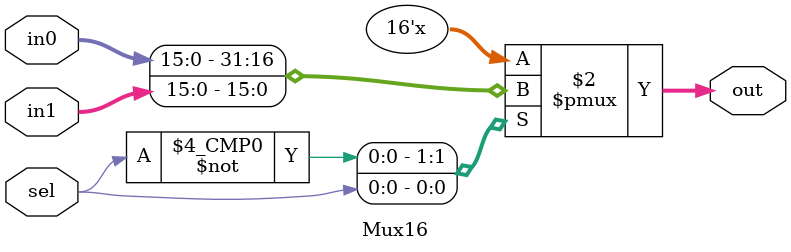
<source format=v>
module Mux16(  input [15:0] in0,
					input [15:0] in1,
					input sel,
					output reg [15:0] out);

	always @(*)
		case (sel)
			1'b0: out = in0;
			1'b1: out = in1;
		endcase

endmodule

</source>
